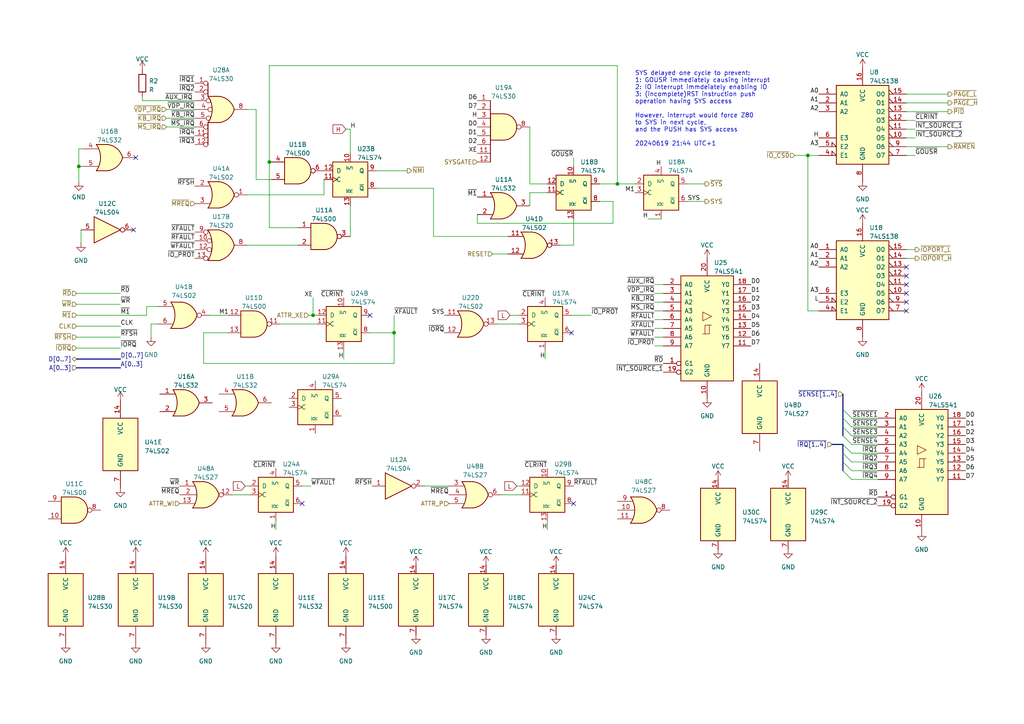
<source format=kicad_sch>
(kicad_sch (version 20230121) (generator eeschema)
  (paper "A4")
  (junction (at 90.805 91.44))
  (junction (at 114.3 96.52))
  (junction (at 234.315 45.085))
  (junction (at 78.105 46.99))
  (junction (at 22.86 48.26))
  (junction (at 179.07 53.34))
  (no_connect (at 262.89 85.09))
  (no_connect (at 166.37 146.05))
  (no_connect (at 39.37 45.72))
  (no_connect (at 262.89 90.17))
  (no_connect (at 165.735 96.52))
  (no_connect (at 87.63 146.05))
  (no_connect (at 262.89 80.01))
  (no_connect (at 262.89 87.63))
  (no_connect (at 38.735 66.675))
  (no_connect (at 107.315 91.44))
  (no_connect (at 262.89 82.55))
  (no_connect (at 262.89 77.47))
  (bus_entry (at 244.475 133.985) (size 2.54 2.54))
  (bus_entry (at 244.475 118.745) (size 2.54 2.54))
  (bus_entry (at 244.475 128.905) (size 2.54 2.54))
  (bus_entry (at 244.475 121.285) (size 2.54 2.54))
  (bus_entry (at 244.475 126.365) (size 2.54 2.54))
  (bus_entry (at 244.475 131.445) (size 2.54 2.54))
  (bus_entry (at 244.475 136.525) (size 2.54 2.54))
  (bus_entry (at 244.475 123.825) (size 2.54 2.54))
  (wire (pts (xy 234.315 90.17) (xy 237.49 90.17)))
  (wire (pts (xy 262.89 72.39) (xy 265.43 72.39)))
  (wire (pts (xy 142.875 73.66) (xy 147.32 73.66)))
  (wire (pts (xy 247.015 136.525) (xy 254.635 136.525)))
  (wire (pts (xy 22.225 88.265) (xy 34.925 88.265)))
  (wire (pts (xy 145.415 143.51) (xy 151.13 143.51)))
  (wire (pts (xy 262.89 34.925) (xy 265.43 34.925)))
  (wire (pts (xy 153.67 36.83) (xy 153.67 53.34)))
  (wire (pts (xy 262.89 74.93) (xy 265.43 74.93)))
  (wire (pts (xy 100.33 37.465) (xy 101.6 37.465)))
  (wire (pts (xy 74.295 52.07) (xy 74.295 31.75)))
  (wire (pts (xy 78.105 19.05) (xy 78.105 46.99)))
  (wire (pts (xy 125.73 54.61) (xy 125.73 68.58)))
  (wire (pts (xy 138.43 64.77) (xy 138.43 62.23)))
  (wire (pts (xy 262.89 27.305) (xy 274.955 27.305)))
  (wire (pts (xy 247.015 131.445) (xy 254.635 131.445)))
  (wire (pts (xy 89.535 91.44) (xy 90.805 91.44)))
  (wire (pts (xy 149.86 140.97) (xy 151.13 140.97)))
  (bus (pts (xy 244.475 128.905) (xy 244.475 131.445)))
  (wire (pts (xy 153.67 53.34) (xy 158.75 53.34)))
  (wire (pts (xy 162.56 71.12) (xy 166.37 71.12)))
  (wire (pts (xy 90.805 91.44) (xy 92.075 91.44)))
  (wire (pts (xy 109.22 49.53) (xy 118.11 49.53)))
  (wire (pts (xy 189.865 85.09) (xy 192.405 85.09)))
  (wire (pts (xy 189.865 97.79) (xy 192.405 97.79)))
  (wire (pts (xy 173.99 53.34) (xy 179.07 53.34)))
  (wire (pts (xy 262.89 29.845) (xy 274.955 29.845)))
  (wire (pts (xy 165.735 91.44) (xy 171.45 91.44)))
  (wire (pts (xy 43.815 93.98) (xy 43.815 97.79)))
  (bus (pts (xy 244.475 114.3) (xy 244.475 118.745)))
  (wire (pts (xy 22.225 91.44) (xy 42.545 91.44)))
  (wire (pts (xy 153.67 55.88) (xy 153.67 59.69)))
  (wire (pts (xy 90.805 86.36) (xy 90.805 91.44)))
  (wire (pts (xy 234.315 45.085) (xy 237.49 45.085)))
  (bus (pts (xy 241.3 128.905) (xy 244.475 128.905)))
  (wire (pts (xy 247.015 133.985) (xy 254.635 133.985)))
  (wire (pts (xy 109.22 54.61) (xy 125.73 54.61)))
  (bus (pts (xy 22.225 106.68) (xy 34.925 106.68)))
  (bus (pts (xy 244.475 131.445) (xy 244.475 133.985)))
  (wire (pts (xy 179.07 19.05) (xy 179.07 53.34)))
  (wire (pts (xy 67.31 143.51) (xy 72.39 143.51)))
  (wire (pts (xy 101.6 59.69) (xy 101.6 68.58)))
  (wire (pts (xy 177.8 58.42) (xy 177.8 64.77)))
  (wire (pts (xy 22.86 48.26) (xy 24.13 48.26)))
  (wire (pts (xy 173.99 58.42) (xy 177.8 58.42)))
  (wire (pts (xy 262.89 40.005) (xy 265.43 40.005)))
  (wire (pts (xy 22.225 100.965) (xy 34.925 100.965)))
  (wire (pts (xy 189.865 95.25) (xy 192.405 95.25)))
  (wire (pts (xy 179.07 19.05) (xy 78.105 19.05)))
  (wire (pts (xy 123.19 140.97) (xy 130.175 140.97)))
  (wire (pts (xy 199.39 58.42) (xy 204.47 58.42)))
  (wire (pts (xy 71.755 71.12) (xy 86.36 71.12)))
  (wire (pts (xy 80.01 151.13) (xy 80.01 153.67)))
  (wire (pts (xy 177.8 64.77) (xy 138.43 64.77)))
  (wire (pts (xy 166.37 63.5) (xy 166.37 71.12)))
  (wire (pts (xy 247.015 128.905) (xy 254.635 128.905)))
  (wire (pts (xy 22.225 85.09) (xy 34.925 85.09)))
  (wire (pts (xy 144.145 93.98) (xy 150.495 93.98)))
  (wire (pts (xy 22.86 43.18) (xy 24.13 43.18)))
  (wire (pts (xy 48.26 36.83) (xy 56.515 36.83)))
  (wire (pts (xy 247.015 121.285) (xy 254.635 121.285)))
  (wire (pts (xy 187.96 63.5) (xy 191.77 63.5)))
  (bus (pts (xy 22.225 104.14) (xy 34.925 104.14)))
  (wire (pts (xy 158.115 101.6) (xy 158.115 104.14)))
  (wire (pts (xy 247.015 126.365) (xy 254.635 126.365)))
  (bus (pts (xy 244.475 121.285) (xy 244.475 123.825)))
  (wire (pts (xy 262.89 45.085) (xy 265.43 45.085)))
  (bus (pts (xy 244.475 133.985) (xy 244.475 136.525)))
  (wire (pts (xy 99.695 101.6) (xy 99.695 104.14)))
  (wire (pts (xy 93.98 56.515) (xy 93.98 52.07)))
  (wire (pts (xy 78.74 46.99) (xy 78.105 46.99)))
  (wire (pts (xy 189.865 87.63) (xy 192.405 87.63)))
  (wire (pts (xy 78.105 46.99) (xy 78.105 66.04)))
  (wire (pts (xy 22.225 97.79) (xy 34.925 97.79)))
  (wire (pts (xy 262.89 32.385) (xy 274.955 32.385)))
  (wire (pts (xy 125.73 68.58) (xy 147.32 68.58)))
  (wire (pts (xy 22.86 43.18) (xy 22.86 48.26)))
  (wire (pts (xy 247.015 123.825) (xy 254.635 123.825)))
  (bus (pts (xy 244.475 123.825) (xy 244.475 126.365)))
  (wire (pts (xy 107.315 96.52) (xy 114.3 96.52)))
  (wire (pts (xy 262.89 42.545) (xy 274.955 42.545)))
  (bus (pts (xy 244.475 118.745) (xy 244.475 121.285)))
  (wire (pts (xy 247.015 139.065) (xy 254.635 139.065)))
  (wire (pts (xy 189.865 90.17) (xy 192.405 90.17)))
  (wire (pts (xy 60.96 91.44) (xy 66.04 91.44)))
  (wire (pts (xy 189.865 92.71) (xy 192.405 92.71)))
  (wire (pts (xy 189.865 100.33) (xy 192.405 100.33)))
  (wire (pts (xy 147.955 91.44) (xy 150.495 91.44)))
  (wire (pts (xy 23.495 66.675) (xy 23.495 70.485)))
  (wire (pts (xy 22.86 48.26) (xy 22.86 52.705)))
  (wire (pts (xy 59.055 96.52) (xy 66.04 96.52)))
  (wire (pts (xy 41.275 27.94) (xy 41.275 29.21)))
  (wire (pts (xy 230.505 45.085) (xy 234.315 45.085)))
  (wire (pts (xy 59.055 105.41) (xy 59.055 96.52)))
  (wire (pts (xy 42.545 88.9) (xy 45.72 88.9)))
  (wire (pts (xy 158.75 151.13) (xy 158.75 153.67)))
  (wire (pts (xy 87.63 140.97) (xy 90.17 140.97)))
  (wire (pts (xy 22.225 94.615) (xy 34.925 94.615)))
  (wire (pts (xy 166.37 45.72) (xy 166.37 48.26)))
  (wire (pts (xy 43.815 93.98) (xy 45.72 93.98)))
  (wire (pts (xy 179.07 53.34) (xy 184.15 53.34)))
  (wire (pts (xy 114.3 96.52) (xy 114.3 105.41)))
  (wire (pts (xy 189.865 82.55) (xy 192.405 82.55)))
  (wire (pts (xy 74.295 31.75) (xy 71.755 31.75)))
  (wire (pts (xy 48.26 31.75) (xy 56.515 31.75)))
  (wire (pts (xy 158.75 55.88) (xy 153.67 55.88)))
  (wire (pts (xy 41.275 29.21) (xy 56.515 29.21)))
  (wire (pts (xy 114.3 105.41) (xy 59.055 105.41)))
  (wire (pts (xy 262.89 37.465) (xy 265.43 37.465)))
  (wire (pts (xy 71.12 140.97) (xy 72.39 140.97)))
  (wire (pts (xy 42.545 91.44) (xy 42.545 88.9)))
  (wire (pts (xy 101.6 44.45) (xy 101.6 37.465)))
  (wire (pts (xy 234.315 90.17) (xy 234.315 45.085)))
  (wire (pts (xy 81.28 93.98) (xy 92.075 93.98)))
  (wire (pts (xy 199.39 53.34) (xy 204.47 53.34)))
  (wire (pts (xy 74.295 52.07) (xy 78.74 52.07)))
  (wire (pts (xy 86.36 66.04) (xy 78.105 66.04)))
  (wire (pts (xy 71.755 56.515) (xy 93.98 56.515)))
  (wire (pts (xy 114.3 91.44) (xy 114.3 96.52)))
  (wire (pts (xy 48.26 34.29) (xy 56.515 34.29)))
  (text "Interrupt disable feedbacked immediately because:\nIf interrupt happens during RST push operation,\nthe RST target would be pushed to stack and\nZ80 forced to RST 0x66, when returning, Monika\nrestore HEC into USR mode, but then SYS routine\nis resumed, causing error. This can be avoided\nby checking return address in software or saving\nprevious USR/SYS information in hardware, but both\nare complex and slow, and is only needed for 1% of\ntimes." (at 98.425 -3.175 0) (effects (font (size 1.27 1.27)) (justify left bottom)))
  (text "One earlier design used the /RFSH signal to qualify the /NMI by \nORing them, which results in: 1)no edge cases when /NMI happen \nbetween instructions, and 2) No risk of /NMI staying low resulting\nin no further /NMI to be received. However, since external interrupt\nmay happen at any time, /NMI pulse can be too short for Z80 to\nrecognize while being long enough for 74LS74 to recognize, \nresulting in system in SYS mode but Z80 is running user code\nOr, the /NMI pulse is long enough for Z80 to recognize, while\ntoo short for 74LS74, resulting in system entering SYS mode\none instruction later, which shouldn't be a big problem, but \na bug noneheless.\n20240306" (at 203.2 -45.72 0) (effects (font (size 1.27 1.27)) (justify left bottom)))
  (text "SYS delayed one cycle to prevent:\n1: GOUSR immediately causing interrupt\n2: IO interrupt immdeiately enabling IO\n3: (incomplete)RST instruction push \noperation having SYS access\n\nHowever, interrupt would force Z80 \nto SYS in next cycle, \nand the PUSH has SYS access\n\n20240619 21:44 UTC+1" (at 184.15 42.545 0) (effects (font (size 1.27 1.27)) (justify left bottom)))
  (text "The /NMI qualification was switched from qualifying Z80 /NMI signal\nwith falling CLK to qualifying incoming /NMI with rising CLK and\nfeeding the result to Z80. Rising CLK ensure no race condition with\nZ80 sampling is caused. This again avoids issue with async /NMI\nhappening right on the falling edge, and disfference in response\ntime causing the system to be in inconsistent state.\nThis design hasn't been fully tested against timing diagrams.\nTimings, the devil is always in the timings!\n2024.03.06 09:05 UTC" (at 118.11 -48.26 0) (effects (font (size 1.27 1.27)) (justify left bottom)))
  (label "H" (at 237.49 40.005 180))
  (label "~{SENSE2}" (at 254.635 123.825 180))
  (label "D0" (at 280.035 121.285 0))
  (label "~{M1}" (at 138.43 57.15 180))
  (label "~{IRQ4}" (at 254.635 139.065 180))
  (label "H" (at 99.695 104.14 180))
  (label "XE" (at 90.805 86.36 180))
  (label "~{IO_PROT}" (at 171.45 91.44 0))
  (label "D1" (at 217.805 85.09 0))
  (label "SYS" (at 199.39 58.42 0))
  (label "~{CLRINT}" (at 99.695 86.36 180))
  (label "D6" (at 280.035 136.525 0))
  (label "~{AUX_IRQ}" (at 189.865 82.55 180))
  (label "H" (at 101.6 37.465 0))
  (label "~{WFAULT}" (at 56.515 72.39 180))
  (label "~{RFSH}" (at 34.925 97.79 0))
  (label "~{INT_SOURCE_1}" (at 192.405 107.95 180))
  (label "~{VDP_IRQ}" (at 189.865 85.09 180))
  (label "~{CLRINT}" (at 158.75 135.89 180))
  (label "~{IRQ1}" (at 254.635 131.445 180))
  (label "H" (at 191.77 48.26 180))
  (label "SYS" (at 128.905 91.44 180))
  (label "~{RFSH}" (at 107.95 140.97 180))
  (label "~{IRQ2}" (at 56.515 26.67 180))
  (label "~{WFAULT}" (at 189.865 97.79 180))
  (label "~{SENSE1}" (at 254.635 121.285 180))
  (label "H" (at 187.96 63.5 180))
  (label "D0" (at 217.805 82.55 0))
  (label "~{INT_SOURCE_2}" (at 254.635 146.685 180))
  (label "A3" (at 237.49 85.09 180))
  (label "~{XFAULT}" (at 56.515 67.31 180))
  (label "D6" (at 217.805 97.79 0))
  (label "~{INT_SOURCE_1}" (at 265.43 37.465 0))
  (label "~{MREQ}" (at 52.07 143.51 180))
  (label "D4" (at 217.805 92.71 0))
  (label "~{RFAULT}" (at 189.865 92.71 180))
  (label "CLK" (at 34.925 94.615 0))
  (label "~{KB_IRQ}" (at 189.865 87.63 180))
  (label "~{SENSE3}" (at 254.635 126.365 180))
  (label "A0" (at 237.49 27.305 180))
  (label "~{SENSE4}" (at 254.635 128.905 180))
  (label "D2" (at 280.035 126.365 0))
  (label "D1" (at 138.43 39.37 180))
  (label "~{VDP_IRQ}" (at 56.515 31.75 180))
  (label "D4" (at 280.035 131.445 0))
  (label "D0" (at 138.43 36.83 180))
  (label "D3" (at 217.805 90.17 0))
  (label "~{IORQ}" (at 128.905 96.52 180))
  (label "~{RD}" (at 254.635 144.145 180))
  (label "~{MS_IRQ}" (at 189.865 90.17 180))
  (label "~{GOUSR}" (at 166.37 45.72 180))
  (label "~{CLRINT}" (at 265.43 34.925 0))
  (label "~{IRQ3}" (at 56.515 41.91 180))
  (label "D5" (at 280.035 133.985 0))
  (label "~{IORQ}" (at 34.925 100.965 0))
  (label "A3" (at 237.49 42.545 180))
  (label "~{M1}" (at 34.925 91.44 0))
  (label "H" (at 138.43 34.29 180))
  (label "~{IO_PROT}" (at 56.515 74.93 180))
  (label "A2" (at 237.49 32.385 180))
  (label "D[0..7]" (at 34.925 104.14 0))
  (label "D2" (at 138.43 41.91 180))
  (label "A0" (at 237.49 72.39 180))
  (label "~{AUX_IRQ}" (at 55.88 29.21 180))
  (label "D1" (at 280.035 123.825 0))
  (label "~{RFAULT}" (at 56.515 69.85 180))
  (label "M1" (at 63.5 91.44 0))
  (label "A2" (at 237.49 77.47 180))
  (label "D7" (at 138.43 31.75 180))
  (label "A1" (at 237.49 74.93 180))
  (label "D2" (at 217.805 87.63 0))
  (label "~{IRQ3}" (at 254.635 136.525 180))
  (label "~{GOUSR}" (at 265.43 45.085 0))
  (label "~{RD}" (at 34.925 85.09 0))
  (label "~{KB_IRQ}" (at 56.515 34.29 180))
  (label "~{XFAULT}" (at 114.3 91.44 0))
  (label "~{WR}" (at 52.07 140.97 180))
  (label "~{XFAULT}" (at 189.865 95.25 180))
  (label "~{MREQ}" (at 130.175 143.51 180))
  (label "~{IRQ2}" (at 254.635 133.985 180))
  (label "D5" (at 217.805 95.25 0))
  (label "D3" (at 280.035 128.905 0))
  (label "~{IO_PROT}" (at 189.865 100.33 180))
  (label "D6" (at 138.43 29.21 180))
  (label "~{WFAULT}" (at 90.17 140.97 0))
  (label "H" (at 158.115 104.14 180))
  (label "~{INT_SOURCE_2}" (at 265.43 40.005 0))
  (label "H" (at 158.75 153.67 180))
  (label "~{CLRINT}" (at 80.01 135.89 180))
  (label "~{IRQ1}" (at 56.515 24.13 180))
  (label "~{RFSH}" (at 56.515 53.975 180))
  (label "A1" (at 237.49 29.845 180))
  (label "~{CLRINT}" (at 158.115 86.36 180))
  (label "D7" (at 217.805 100.33 0))
  (label "~{RD}" (at 192.405 105.41 180))
  (label "~{MS_IRQ}" (at 56.515 36.83 180))
  (label "H" (at 80.01 153.67 180))
  (label "L" (at 237.49 87.63 180))
  (label "A[0..3]" (at 34.925 106.68 0))
  (label "~{WR}" (at 34.925 88.265 0))
  (label "D7" (at 280.035 139.065 0))
  (label "XE" (at 138.43 44.45 180))
  (label "~{IRQ4}" (at 56.515 39.37 180))
  (label "~{RFAULT}" (at 166.37 140.97 0))
  (label "M1" (at 184.15 55.88 180))
  (global_label "L" (shape input) (at 71.12 140.97 180) (property "Intersheetrefs" "${INTERSHEET_REFS}" (effects hide)))
  (global_label "H" (shape input) (at 100.33 37.465 180) (property "Intersheetrefs" "${INTERSHEET_REFS}" (effects hide)))
  (global_label "L" (shape input) (at 149.86 140.97 180) (property "Intersheetrefs" "${INTERSHEET_REFS}" (effects hide)))
  (global_label "L" (shape input) (at 147.955 91.44 180) (property "Intersheetrefs" "${INTERSHEET_REFS}" (effects hide)))
  (hierarchical_label "~{M1}" (shape input) (at 22.225 91.44 180))
  (hierarchical_label "CLK" (shape input) (at 22.225 94.615 180))
  (hierarchical_label "RESET" (shape input) (at 142.875 73.66 180))
  (hierarchical_label "~{WR}" (shape input) (at 22.225 88.265 180))
  (hierarchical_label "~{KB_IRQ}" (shape input) (at 48.26 34.29 180))
  (hierarchical_label "~{IO_CS0}" (shape input) (at 230.505 45.085 180))
  (hierarchical_label "~{MREQ}" (shape input) (at 56.515 59.055 180))
  (hierarchical_label "ATTR_P" (shape input) (at 130.175 146.05 180))
  (hierarchical_label "~{IOPORT_L}" (shape output) (at 265.43 72.39 0))
  (hierarchical_label "ATTR_WI" (shape input) (at 52.07 146.05 180))
  (hierarchical_label "~{PAGE_H}" (shape output) (at 274.955 29.845 0))
  (hierarchical_label "~{RD}" (shape input) (at 22.225 85.09 180))
  (hierarchical_label "SYSGATE" (shape input) (at 138.43 46.99 180))
  (hierarchical_label "ATTR_XE" (shape input) (at 89.535 91.44 180))
  (hierarchical_label "~{IRQ[1..4]}" (shape input) (at 241.3 128.905 180))
  (hierarchical_label "~{NMI}" (shape output) (at 118.11 49.53 0))
  (hierarchical_label "~{PAGE_L}" (shape output) (at 274.955 27.305 0))
  (hierarchical_label "~{VDP_IRQ}" (shape input) (at 48.26 31.75 180))
  (hierarchical_label "~{MS_IRQ}" (shape input) (at 48.26 36.83 180))
  (hierarchical_label "D[0..7]" (shape tri_state) (at 22.225 104.14 180))
  (hierarchical_label "~{PID}" (shape output) (at 274.955 32.385 0))
  (hierarchical_label "~{SENSE[1..4]}" (shape input) (at 244.475 114.3 180))
  (hierarchical_label "~{RAMEN}" (shape output) (at 274.955 42.545 0))
  (hierarchical_label "~{IORQ}" (shape input) (at 22.225 100.965 180))
  (hierarchical_label "~{IOPORT_H}" (shape output) (at 265.43 74.93 0))
  (hierarchical_label "SYS" (shape output) (at 204.47 58.42 0))
  (hierarchical_label "~{RFSH}" (shape input) (at 22.225 97.79 180))
  (hierarchical_label "~{SYS}" (shape output) (at 204.47 53.34 0))
  (hierarchical_label "A[0..3]" (shape input) (at 22.225 106.68 180))
  (symbol (lib_id "power:VCC") (at 80.01 161.29 0) (unit 1)
    (property "Reference" "#PWR023" (effects hide))
    (property "Value" "VCC" (at 80.01 157.48 0))
    (instances (project "HEC1" (path "" (reference "#PWR023") (unit 1)) (path "" (reference "#PWR043") (unit 1))))
  )
  (symbol (lib_id "74xx:74LS20") (at 64.135 71.12 0) (unit 2) (convert 2)
    (property "Reference" "U17" (at 64.1253 62.865 0))
    (property "Value" "74LS20" (at 64.1253 65.405 0))
    (property "Footprint" "Library:DIP-14_W7.62mm_Socket_ThinPads" (effects hide))
    (property "Datasheet" "http://www.ti.com/lit/gpn/sn74LS20" (effects hide))
  )
  (symbol (lib_id "power:GND") (at 43.815 97.79 0) (unit 1)
    (property "Reference" "#PWR0108" (effects hide))
    (property "Value" "GND" (at 43.815 102.87 0))
  )
  (symbol (lib_id "power:GND") (at 228.6 159.385 0) (unit 1)
    (property "Reference" "#PWR032" (effects hide))
    (property "Value" "GND" (at 228.6 164.465 0))
    (instances (project "HEC1" (path "" (reference "#PWR032") (unit 1)) (path "" (reference "#PWR056") (unit 1))))
  )
  (symbol (lib_id "74xx:74LS32") (at 71.12 116.84 0) (unit 2)
    (property "Reference" "U11" (at 71.12 109.22 0))
    (property "Value" "74LS32" (at 71.12 111.76 0))
    (property "Footprint" "Library:DIP-14_W7.62mm_Socket_ThinPads" (effects hide))
    (property "Datasheet" "http://www.ti.com/lit/gpn/sn74LS32" (effects hide))
    (instances (project "HEC1" (path "" (reference "U11") (unit 2)) (path "" (reference "U10") (unit 2))))
  )
  (symbol (lib_id "power:VCC") (at 205.105 74.93 0) (unit 1)
    (property "Reference" "#PWR031" (effects hide))
    (property "Value" "VCC" (at 205.105 71.12 0))
    (instances (project "HEC1" (path "" (reference "#PWR031") (unit 1)) (path "" (reference "#PWR039") (unit 1))))
  )
  (symbol (lib_id "74xx:74LS74") (at 120.65 173.99 0) (unit 3)
    (property "Reference" "U17" (at 127 173.355 0) (effects (justify left)))
    (property "Value" "74LS74" (at 127 175.895 0) (effects (justify left)))
    (property "Footprint" "Library:DIP-14_W7.62mm_Socket_ThinPads" (effects hide))
    (property "Datasheet" "74xx/74hc_hct74.pdf" (effects hide))
    (instances (project "HEC1" (path "" (reference "U17") (unit 3)) (path "" (reference "U23") (unit 3))))
  )
  (symbol (lib_id "74xx:74LS02") (at 34.925 128.905 0) (unit 5)
    (property "Reference" "U41" (at 41.91 128.27 0) (effects (justify left)))
    (property "Value" "74LS02" (at 41.91 130.81 0) (effects (justify left)))
    (property "Footprint" "Library:DIP-14_W7.62mm_Socket_ThinPads" (effects hide))
    (property "Datasheet" "http://www.ti.com/lit/gpn/sn74ls02" (effects hide))
  )
  (symbol (lib_id "74xx:74LS74") (at 158.75 143.51 0) (unit 2)
    (property "Reference" "U29" (at 160.7059 134.62 0) (effects (justify left)))
    (property "Value" "74LS74" (at 160.7059 137.16 0) (effects (justify left)))
    (property "Footprint" "Library:DIP-14_W7.62mm_Socket_ThinPads" (effects hide))
    (property "Datasheet" "74xx/74hc_hct74.pdf" (effects hide))
  )
  (symbol (lib_id "74xx:74LS30") (at 19.05 173.99 0) (unit 2)
    (property "Reference" "U28" (at 25.4 173.355 0) (effects (justify left)))
    (property "Value" "74LS30" (at 25.4 175.895 0) (effects (justify left)))
    (property "Footprint" "Library:DIP-14_W7.62mm_Socket_ThinPads" (effects hide))
    (property "Datasheet" "http://www.ti.com/lit/gpn/sn74LS30" (effects hide))
  )
  (symbol (lib_id "74xx:74LS27") (at 137.795 143.51 0) (unit 2)
    (property "Reference" "U48" (at 137.795 135.255 0))
    (property "Value" "74LS27" (at 137.795 137.795 0))
    (property "Datasheet" "http://www.ti.com/lit/gpn/sn74LS27" (effects hide))
  )
  (symbol (lib_id "74xx:74LS74") (at 208.28 149.225 0) (unit 3)
    (property "Reference" "U30" (at 215.265 148.59 0) (effects (justify left)))
    (property "Value" "74LS74" (at 215.265 151.13 0) (effects (justify left)))
    (property "Footprint" "Library:DIP-14_W7.62mm_Socket_ThinPads" (effects hide))
    (property "Datasheet" "74xx/74hc_hct74.pdf" (effects hide))
  )
  (symbol (lib_id "74xx:74LS00") (at 21.59 147.955 0) (unit 3)
    (property "Reference" "U11" (at 21.5817 140.335 0))
    (property "Value" "74LS00" (at 21.5817 142.875 0))
    (property "Footprint" "Library:DIP-14_W7.62mm_Socket_ThinPads" (effects hide))
    (property "Datasheet" "http://www.ti.com/lit/gpn/sn74ls00" (effects hide))
  )
  (symbol (lib_id "74xx:74LS02") (at 154.94 71.12 0) (unit 4)
    (property "Reference" "U41" (at 154.94 63.5 0))
    (property "Value" "74LS02" (at 154.94 66.04 0))
    (property "Footprint" "Library:DIP-14_W7.62mm_Socket_ThinPads" (effects hide))
    (property "Datasheet" "http://www.ti.com/lit/gpn/sn74ls02" (effects hide))
  )
  (symbol (lib_id "74xx:74LS74") (at 140.97 173.99 0) (unit 3)
    (property "Reference" "U18" (at 147.32 173.355 0) (effects (justify left)))
    (property "Value" "74LS74" (at 147.32 175.895 0) (effects (justify left)))
    (property "Footprint" "Library:DIP-14_W7.62mm_Socket_ThinPads" (effects hide))
    (property "Datasheet" "74xx/74hc_hct74.pdf" (effects hide))
    (instances (project "HEC1" (path "" (reference "U18") (unit 3)) (path "" (reference "U27") (unit 3))))
  )
  (symbol (lib_id "74xx:74LS74") (at 101.6 52.07 0) (unit 2)
    (property "Reference" "U23" (at 103.5559 43.18 0) (effects (justify left)))
    (property "Value" "74LS74" (at 103.5559 45.72 0) (effects (justify left)))
    (property "Footprint" "Library:DIP-14_W7.62mm_Socket_ThinPads" (effects hide))
    (property "Datasheet" "74xx/74hc_hct74.pdf" (effects hide))
  )
  (symbol (lib_id "74xx:74LS04") (at 31.115 66.675 0) (unit 3)
    (property "Reference" "U12" (at 31.115 59.055 0))
    (property "Value" "74LS04" (at 31.115 61.595 0))
    (property "Footprint" "Library:DIP-14_W7.62mm_Socket_ThinPads" (effects hide))
    (property "Datasheet" "http://www.ti.com/lit/gpn/sn74LS04" (effects hide))
  )
  (symbol (lib_id "power:GND") (at 205.105 115.57 0) (unit 1)
    (property "Reference" "#PWR032" (effects hide))
    (property "Value" "GND" (at 205.105 120.65 0))
    (instances (project "HEC1" (path "" (reference "#PWR032") (unit 1)) (path "" (reference "#PWR040") (unit 1))))
  )
  (symbol (lib_id "power:GND") (at 100.33 186.69 0) (unit 1)
    (property "Reference" "#PWR032" (effects hide))
    (property "Value" "GND" (at 100.33 191.77 0))
    (instances (project "HEC1" (path "" (reference "#PWR032") (unit 1)) (path "" (reference "#PWR046") (unit 1))))
  )
  (symbol (lib_id "74xx:74LS00") (at 93.98 68.58 0) (unit 1)
    (property "Reference" "U11" (at 93.9717 60.96 0))
    (property "Value" "74LS00" (at 93.9717 63.5 0))
    (property "Footprint" "Library:DIP-14_W7.62mm_Socket_ThinPads" (effects hide))
    (property "Datasheet" "http://www.ti.com/lit/gpn/sn74ls00" (effects hide))
  )
  (symbol (lib_id "power:GND") (at 161.29 184.15 0) (unit 1)
    (property "Reference" "#PWR032" (effects hide))
    (property "Value" "GND" (at 161.29 189.23 0))
    (instances (project "HEC1" (path "" (reference "#PWR032") (unit 1)) (path "" (reference "#PWR052") (unit 1))))
  )
  (symbol (lib_id "74xx:74LS74") (at 228.6 149.225 0) (unit 3)
    (property "Reference" "U29" (at 234.95 148.59 0) (effects (justify left)))
    (property "Value" "74LS74" (at 234.95 151.13 0) (effects (justify left)))
    (property "Footprint" "Library:DIP-14_W7.62mm_Socket_ThinPads" (effects hide))
    (property "Datasheet" "74xx/74hc_hct74.pdf" (effects hide))
  )
  (symbol (lib_id "74xx:74LS32") (at 146.05 59.69 0) (unit 1)
    (property "Reference" "U11" (at 146.05 52.07 0))
    (property "Value" "74LS32" (at 146.05 54.61 0))
    (property "Footprint" "Library:DIP-14_W7.62mm_Socket_ThinPads" (effects hide))
    (property "Datasheet" "http://www.ti.com/lit/gpn/sn74LS32" (effects hide))
    (instances (project "HEC1" (path "" (reference "U11") (unit 1)) (path "" (reference "U10") (unit 1))))
  )
  (symbol (lib_id "74xx:74LS30") (at 146.05 36.83 0) (unit 1)
    (property "Reference" "U19" (at 146.0417 25.4 0))
    (property "Value" "74LS30" (at 146.0417 27.94 0))
    (property "Footprint" "Library:DIP-14_W7.62mm_Socket_ThinPads" (effects hide))
    (property "Datasheet" "http://www.ti.com/lit/gpn/sn74LS30" (effects hide))
  )
  (symbol (lib_id "74xx:74LS20") (at 59.69 173.99 0) (unit 3)
    (property "Reference" "U17" (at 66.04 173.355 0) (effects (justify left)))
    (property "Value" "74LS20" (at 66.04 175.895 0) (effects (justify left)))
    (property "Footprint" "Library:DIP-14_W7.62mm_Socket_ThinPads" (effects hide))
    (property "Datasheet" "http://www.ti.com/lit/gpn/sn74LS20" (effects hide))
  )
  (symbol (lib_id "74xx:74LS30") (at 64.135 31.75 0) (unit 1) (convert 2)
    (property "Reference" "U28" (at 64.1267 20.32 0))
    (property "Value" "74LS30" (at 64.1267 22.86 0))
    (property "Footprint" "Library:DIP-14_W7.62mm_Socket_ThinPads" (effects hide))
    (property "Datasheet" "http://www.ti.com/lit/gpn/sn74LS30" (effects hide))
  )
  (symbol (lib_id "power:VCC") (at 19.05 161.29 0) (unit 1)
    (property "Reference" "#PWR034" (effects hide))
    (property "Value" "VCC" (at 19.05 157.48 0))
    (instances (project "HEC1" (path "" (reference "#PWR034") (unit 1)) (path "" (reference "#PWR049") (unit 1))))
  )
  (symbol (lib_id "power:VCC") (at 250.19 64.77 0) (unit 1)
    (property "Reference" "#PWR013" (effects hide))
    (property "Value" "VCC" (at 250.19 60.96 0))
    (instances (project "HEC1" (path "" (reference "#PWR013") (unit 1)) (path "" (reference "#PWR041") (unit 1)) (path "" (reference "#PWR041") (unit 1))))
  )
  (symbol (lib_id "74xx:74LS27") (at 59.69 143.51 0) (unit 1)
    (property "Reference" "U48" (at 59.69 135.89 0))
    (property "Value" "74LS27" (at 59.69 138.43 0))
    (property "Datasheet" "http://www.ti.com/lit/gpn/sn74LS27" (effects hide))
  )
  (symbol (lib_id "power:GND") (at 23.495 70.485 0) (unit 1)
    (property "Reference" "#PWR0108" (effects hide))
    (property "Value" "GND" (at 23.495 75.565 0))
    (instances (project "HEC1" (path "" (reference "#PWR0108") (unit 1)) (path "" (reference "#PWR0133") (unit 1))))
  )
  (symbol (lib_id "power:VCC") (at 228.6 139.065 0) (unit 1)
    (property "Reference" "#PWR034" (effects hide))
    (property "Value" "VCC" (at 228.6 135.255 0))
    (instances (project "HEC1" (path "" (reference "#PWR034") (unit 1)) (path "" (reference "#PWR054") (unit 1))))
  )
  (symbol (lib_id "power:GND") (at 59.69 186.69 0) (unit 1)
    (property "Reference" "#PWR033" (effects hide))
    (property "Value" "GND" (at 59.69 191.77 0))
    (instances (project "HEC1" (path "" (reference "#PWR033") (unit 1)) (path "" (reference "#PWR047") (unit 1))))
  )
  (symbol (lib_id "power:VCC") (at 140.97 163.83 0) (unit 1)
    (property "Reference" "#PWR031" (effects hide))
    (property "Value" "VCC" (at 140.97 160.02 0))
  )
  (symbol (lib_id "74xx:74LS02") (at 136.525 93.98 0) (unit 4)
    (property "Reference" "U22" (at 136.525 86.36 0))
    (property "Value" "74LS02" (at 136.525 88.9 0))
    (property "Footprint" "Library:DIP-14_W7.62mm_Socket_ThinPads" (effects hide))
    (property "Datasheet" "http://www.ti.com/lit/gpn/sn74ls02" (effects hide))
  )
  (symbol (lib_id "74xx:74LS74") (at 99.695 93.98 0) (unit 2)
    (property "Reference" "U24" (at 101.6509 85.09 0) (effects (justify left)))
    (property "Value" "74LS74" (at 101.6509 87.63 0) (effects (justify left)))
    (property "Footprint" "Library:DIP-14_W7.62mm_Socket_ThinPads" (effects hide))
    (property "Datasheet" "74xx/74hc_hct74.pdf" (effects hide))
  )
  (symbol (lib_id "power:VCC") (at 208.28 139.065 0) (unit 1)
    (property "Reference" "#PWR031" (effects hide))
    (property "Value" "VCC" (at 208.28 135.255 0))
    (instances (project "HEC1" (path "" (reference "#PWR031") (unit 1)) (path "" (reference "#PWR053") (unit 1))))
  )
  (symbol (lib_id "power:GND") (at 140.97 184.15 0) (unit 1)
    (property "Reference" "#PWR032" (effects hide))
    (property "Value" "GND" (at 140.97 189.23 0))
  )
  (symbol (lib_id "power:GND") (at 120.65 184.15 0) (unit 1)
    (property "Reference" "#PWR024" (effects hide))
    (property "Value" "GND" (at 120.65 189.23 0))
  )
  (symbol (lib_id "power:GND") (at 22.86 52.705 0) (unit 1)
    (property "Reference" "#PWR0128" (effects hide))
    (property "Value" "GND" (at 22.86 57.15 0))
    (instances (project "HEC1" (path "" (reference "#PWR0128") (unit 1)) (path "" (reference "#PWR0135") (unit 1))))
  )
  (symbol (lib_id "power:VCC") (at 267.335 113.665 0) (unit 1)
    (property "Reference" "#PWR031" (effects hide))
    (property "Value" "VCC" (at 267.335 109.855 0))
    (instances (project "HEC1" (path "" (reference "#PWR031") (unit 1)) (path "" (reference "#PWR037") (unit 1))))
  )
  (symbol (lib_id "74xx:74LS541") (at 205.105 95.25 0) (unit 1)
    (property "Reference" "U25" (at 207.0609 76.2 0) (effects (justify left)))
    (property "Value" "74LS541" (at 207.0609 78.74 0) (effects (justify left)))
    (property "Footprint" "Library:DIP-20_W7.62mm_Socket_ThinPads" (effects hide))
    (property "Datasheet" "http://www.ti.com/lit/gpn/sn74LS541" (effects hide))
  )
  (symbol (lib_id "power:VCC") (at 161.29 163.83 0) (unit 1)
    (property "Reference" "#PWR034" (effects hide))
    (property "Value" "VCC" (at 161.29 160.02 0))
    (instances (project "HEC1" (path "" (reference "#PWR034") (unit 1)) (path "" (reference "#PWR051") (unit 1))))
  )
  (symbol (lib_id "power:GND") (at 39.37 186.69 0) (unit 1)
    (property "Reference" "#PWR033" (effects hide))
    (property "Value" "GND" (at 39.37 191.77 0))
    (instances (project "HEC1" (path "" (reference "#PWR033") (unit 1)) (path "" (reference "#PWR034") (unit 1))))
  )
  (symbol (lib_id "74xx:74LS02") (at 53.34 91.44 0) (unit 2)
    (property "Reference" "U41" (at 53.34 83.185 0))
    (property "Value" "74LS02" (at 53.34 85.725 0))
    (property "Footprint" "Library:DIP-14_W7.62mm_Socket_ThinPads" (effects hide))
    (property "Datasheet" "http://www.ti.com/lit/gpn/sn74ls02" (effects hide))
  )
  (symbol (lib_id "power:GND") (at 80.01 186.69 0) (unit 1)
    (property "Reference" "#PWR024" (effects hide))
    (property "Value" "GND" (at 80.01 191.77 0))
    (instances (project "HEC1" (path "" (reference "#PWR024") (unit 1)) (path "" (reference "#PWR045") (unit 1))))
  )
  (symbol (lib_id "74xx:74LS02") (at 64.135 56.515 0) (unit 1)
    (property "Reference" "U41" (at 64.135 48.895 0))
    (property "Value" "74LS02" (at 64.135 51.435 0))
    (property "Footprint" "Library:DIP-14_W7.62mm_Socket_ThinPads" (effects hide))
    (property "Datasheet" "http://www.ti.com/lit/gpn/sn74ls02" (effects hide))
  )
  (symbol (lib_id "74xx:74LS74") (at 191.77 55.88 0) (unit 1)
    (property "Reference" "U18" (at 193.7259 46.99 0) (effects (justify left)))
    (property "Value" "74LS74" (at 193.7259 49.53 0) (effects (justify left)))
    (property "Footprint" "Library:DIP-14_W7.62mm_Socket_ThinPads" (effects hide))
    (property "Datasheet" "74xx/74hc_hct74.pdf" (effects hide))
    (instances (project "HEC1" (path "" (reference "U18") (unit 1)) (path "" (reference "U27") (unit 1))))
  )
  (symbol (lib_id "74xx:74LS74") (at 166.37 55.88 0) (unit 2)
    (property "Reference" "U18" (at 168.3259 46.99 0) (effects (justify left)))
    (property "Value" "74LS74" (at 168.3259 49.53 0) (effects (justify left)))
    (property "Footprint" "Library:DIP-14_W7.62mm_Socket_ThinPads" (effects hide))
    (property "Datasheet" "74xx/74hc_hct74.pdf" (effects hide))
    (instances (project "HEC1" (path "" (reference "U18") (unit 2)) (path "" (reference "U27") (unit 2))))
  )
  (symbol (lib_id "power:VCC") (at 41.275 20.32 0) (unit 1)
    (property "Reference" "#PWR0111" (effects hide))
    (property "Value" "VCC" (at 41.275 17.145 0))
  )
  (symbol (lib_id "power:VCC") (at 59.69 161.29 0) (unit 1)
    (property "Reference" "#PWR034" (effects hide))
    (property "Value" "VCC" (at 59.69 157.48 0))
    (instances (project "HEC1" (path "" (reference "#PWR034") (unit 1)) (path "" (reference "#PWR050") (unit 1))))
  )
  (symbol (lib_id "74xx:74LS04") (at 115.57 140.97 0) (unit 1)
    (property "Reference" "U12" (at 115.57 133.35 0))
    (property "Value" "74LS04" (at 115.57 135.89 0))
    (property "Footprint" "Library:DIP-14_W7.62mm_Socket_ThinPads" (effects hide))
    (property "Datasheet" "http://www.ti.com/lit/gpn/sn74LS04" (effects hide))
  )
  (symbol (lib_id "74xx:74LS138") (at 250.19 34.925 0) (unit 1)
    (property "Reference" "U8" (at 252.1459 20.955 0) (effects (justify left)))
    (property "Value" "74LS138" (at 252.1459 23.495 0) (effects (justify left)))
    (property "Footprint" "Library:DIP-16_W7.62mm_Socket_ThinPads" (effects hide))
    (property "Datasheet" "http://www.ti.com/lit/gpn/sn74LS138" (effects hide))
  )
  (symbol (lib_id "74xx:74LS32") (at 53.975 116.84 0) (unit 1)
    (property "Reference" "U16" (at 53.975 109.22 0))
    (property "Value" "74LS32" (at 53.975 111.76 0))
    (property "Footprint" "Library:DIP-14_W7.62mm_Socket_ThinPads" (effects hide))
    (property "Datasheet" "http://www.ti.com/lit/gpn/sn74LS32" (effects hide))
  )
  (symbol (lib_id "74xx:74LS27") (at 220.345 118.11 0) (unit 4)
    (property "Reference" "U48" (at 227.33 117.475 0) (effects (justify left)))
    (property "Value" "74LS27" (at 227.33 120.015 0) (effects (justify left)))
    (property "Datasheet" "http://www.ti.com/lit/gpn/sn74LS27" (effects hide))
  )
  (symbol (lib_id "power:GND") (at 250.19 52.705 0) (unit 1)
    (property "Reference" "#PWR015" (effects hide))
    (property "Value" "GND" (at 250.19 57.785 0))
  )
  (symbol (lib_id "Device:R") (at 41.275 24.13 0) (unit 1)
    (property "Reference" "R2" (at 43.18 23.495 0) (effects (justify left)))
    (property "Value" "R" (at 43.18 26.035 0) (effects (justify left)))
    (property "Footprint" "Resistor_THT:R_Axial_DIN0207_L6.3mm_D2.5mm_P7.62mm_Horizontal" (effects hide))
  )
  (symbol (lib_id "74xx:74LS00") (at 73.66 93.98 0) (unit 4)
    (property "Reference" "U11" (at 73.6517 86.36 0))
    (property "Value" "74LS00" (at 73.6517 88.9 0))
    (property "Footprint" "Library:DIP-14_W7.62mm_Socket_ThinPads" (effects hide))
    (property "Datasheet" "http://www.ti.com/lit/gpn/sn74ls00" (effects hide))
  )
  (symbol (lib_id "74xx:74LS74") (at 91.44 118.11 0) (unit 1)
    (property "Reference" "U29" (at 93.3959 109.22 0) (effects (justify left)))
    (property "Value" "74LS74" (at 93.3959 111.76 0) (effects (justify left)))
    (property "Footprint" "Library:DIP-14_W7.62mm_Socket_ThinPads" (effects hide))
    (property "Datasheet" "74xx/74hc_hct74.pdf" (effects hide))
  )
  (symbol (lib_id "74xx:74LS541") (at 267.335 133.985 0) (unit 1)
    (property "Reference" "U26" (at 269.2909 114.935 0) (effects (justify left)))
    (property "Value" "74LS541" (at 269.2909 117.475 0) (effects (justify left)))
    (property "Footprint" "Library:DIP-20_W7.62mm_Socket_ThinPads" (effects hide))
    (property "Datasheet" "http://www.ti.com/lit/gpn/sn74LS541" (effects hide))
  )
  (symbol (lib_id "power:VCC") (at 120.65 163.83 0) (unit 1)
    (property "Reference" "#PWR023" (effects hide))
    (property "Value" "VCC" (at 120.65 160.02 0))
  )
  (symbol (lib_id "74xx:74LS30") (at 39.37 173.99 0) (unit 2)
    (property "Reference" "U19" (at 45.72 173.355 0) (effects (justify left)))
    (property "Value" "74LS30" (at 45.72 175.895 0) (effects (justify left)))
    (property "Footprint" "Library:DIP-14_W7.62mm_Socket_ThinPads" (effects hide))
    (property "Datasheet" "http://www.ti.com/lit/gpn/sn74LS30" (effects hide))
  )
  (symbol (lib_id "power:VCC") (at 250.19 19.685 0) (unit 1)
    (property "Reference" "#PWR013" (effects hide))
    (property "Value" "VCC" (at 250.19 15.875 0))
  )
  (symbol (lib_id "74xx:74LS74") (at 161.29 173.99 0) (unit 3)
    (property "Reference" "U24" (at 167.64 173.355 0) (effects (justify left)))
    (property "Value" "74LS74" (at 167.64 175.895 0) (effects (justify left)))
    (property "Footprint" "Library:DIP-14_W7.62mm_Socket_ThinPads" (effects hide))
    (property "Datasheet" "74xx/74hc_hct74.pdf" (effects hide))
  )
  (symbol (lib_id "power:GND") (at 34.925 141.605 0) (unit 1)
    (property "Reference" "#PWR033" (effects hide))
    (property "Value" "GND" (at 34.925 146.685 0))
    (instances (project "HEC1" (path "" (reference "#PWR033") (unit 1)) (path "" (reference "#PWR0113") (unit 1))))
  )
  (symbol (lib_id "power:GND") (at 250.19 97.79 0) (unit 1)
    (property "Reference" "#PWR015" (effects hide))
    (property "Value" "GND" (at 250.19 102.87 0))
    (instances (project "HEC1" (path "" (reference "#PWR015") (unit 1)) (path "" (reference "#PWR042") (unit 1)) (path "" (reference "#PWR042") (unit 1))))
  )
  (symbol (lib_id "74xx:74LS00") (at 100.33 173.99 0) (unit 5)
    (property "Reference" "U11" (at 106.68 173.355 0) (effects (justify left)))
    (property "Value" "74LS00" (at 106.68 175.895 0) (effects (justify left)))
    (property "Footprint" "Library:DIP-14_W7.62mm_Socket_ThinPads" (effects hide))
    (property "Datasheet" "http://www.ti.com/lit/gpn/sn74ls00" (effects hide))
  )
  (symbol (lib_id "74xx:74LS138") (at 250.19 80.01 0) (unit 1)
    (property "Reference" "U18" (at 252.1459 66.04 0) (effects (justify left)))
    (property "Value" "74LS138" (at 252.1459 68.58 0) (effects (justify left)))
    (property "Footprint" "Library:DIP-16_W7.62mm_Socket_ThinPads" (effects hide))
    (property "Datasheet" "http://www.ti.com/lit/gpn/sn74LS138" (effects hide))
  )
  (symbol (lib_id "74xx:74LS74") (at 158.115 93.98 0) (unit 1)
    (property "Reference" "U17" (at 160.0709 85.09 0) (effects (justify left)))
    (property "Value" "74LS74" (at 160.0709 87.63 0) (effects (justify left)))
    (property "Footprint" "Library:DIP-14_W7.62mm_Socket_ThinPads" (effects hide))
    (property "Datasheet" "74xx/74hc_hct74.pdf" (effects hide))
    (instances (project "HEC1" (path "" (reference "U17") (unit 1)) (path "" (reference "U23") (unit 1))))
  )
  (symbol (lib_id "power:GND") (at 19.05 186.69 0) (unit 1)
    (property "Reference" "#PWR033" (effects hide))
    (property "Value" "GND" (at 19.05 191.77 0))
    (instances (project "HEC1" (path "" (reference "#PWR033") (unit 1)) (path "" (reference "#PWR048") (unit 1))))
  )
  (symbol (lib_id "power:VCC") (at 39.37 161.29 0) (unit 1)
    (property "Reference" "#PWR034" (effects hide))
    (property "Value" "VCC" (at 39.37 157.48 0))
    (instances (project "HEC1" (path "" (reference "#PWR034") (unit 1)) (path "" (reference "#PWR033") (unit 1))))
  )
  (symbol (lib_id "power:VCC") (at 100.33 161.29 0) (unit 1)
    (property "Reference" "#PWR031" (effects hide))
    (property "Value" "VCC" (at 100.33 157.48 0))
    (instances (project "HEC1" (path "" (reference "#PWR031") (unit 1)) (path "" (reference "#PWR044") (unit 1))))
  )
  (symbol (lib_id "power:GND") (at 267.335 154.305 0) (unit 1)
    (property "Reference" "#PWR032" (effects hide))
    (property "Value" "GND" (at 267.335 159.385 0))
    (instances (project "HEC1" (path "" (reference "#PWR032") (unit 1)) (path "" (reference "#PWR038") (unit 1))))
  )
  (symbol (lib_id "power:VCC") (at 34.925 116.205 0) (unit 1)
    (property "Reference" "#PWR0112" (effects hide))
    (property "Value" "VCC" (at 34.925 113.03 0))
  )
  (symbol (lib_id "74xx:74LS32") (at 31.75 45.72 0) (unit 2)
    (property "Reference" "U16" (at 31.75 38.1 0))
    (property "Value" "74LS32" (at 31.75 40.64 0))
    (property "Footprint" "Library:DIP-14_W7.62mm_Socket_ThinPads" (effects hide))
    (property "Datasheet" "http://www.ti.com/lit/gpn/sn74LS32" (effects hide))
  )
  (symbol (lib_id "power:GND") (at 208.28 159.385 0) (unit 1)
    (property "Reference" "#PWR032" (effects hide))
    (property "Value" "GND" (at 208.28 164.465 0))
    (instances (project "HEC1" (path "" (reference "#PWR032") (unit 1)) (path "" (reference "#PWR055") (unit 1))))
  )
  (symbol (lib_id "74xx:74LS00") (at 86.36 49.53 0) (unit 2)
    (property "Reference" "U11" (at 86.3517 41.91 0))
    (property "Value" "74LS00" (at 86.3517 44.45 0))
    (property "Footprint" "Library:DIP-14_W7.62mm_Socket_ThinPads" (effects hide))
    (property "Datasheet" "http://www.ti.com/lit/gpn/sn74ls00" (effects hide))
  )
  (symbol (lib_id "74xx:74LS74") (at 80.01 143.51 0) (unit 1)
    (property "Reference" "U24" (at 81.9659 134.62 0) (effects (justify left)))
    (property "Value" "74LS74" (at 81.9659 137.16 0) (effects (justify left)))
    (property "Footprint" "Library:DIP-14_W7.62mm_Socket_ThinPads" (effects hide))
    (property "Datasheet" "74xx/74hc_hct74.pdf" (effects hide))
  )
  (symbol (lib_id "74xx:74LS32") (at 80.01 173.99 0) (unit 5)
    (property "Reference" "U11" (at 86.36 173.355 0) (effects (justify left)))
    (property "Value" "74LS32" (at 86.36 175.895 0) (effects (justify left)))
    (property "Footprint" "Library:DIP-14_W7.62mm_Socket_ThinPads" (effects hide))
    (property "Datasheet" "http://www.ti.com/lit/gpn/sn74LS32" (effects hide))
    (instances (project "HEC1" (path "" (reference "U11") (unit 5)) (path "" (reference "U10") (unit 5))))
  )
  (symbol (lib_id "74xx:74LS27") (at 186.69 147.955 0) (unit 3)
    (property "Reference" "U48" (at 186.69 139.7 0))
    (property "Value" "74LS27" (at 186.69 142.24 0))
    (property "Datasheet" "http://www.ti.com/lit/gpn/sn74LS27" (effects hide))
  )
)
</source>
